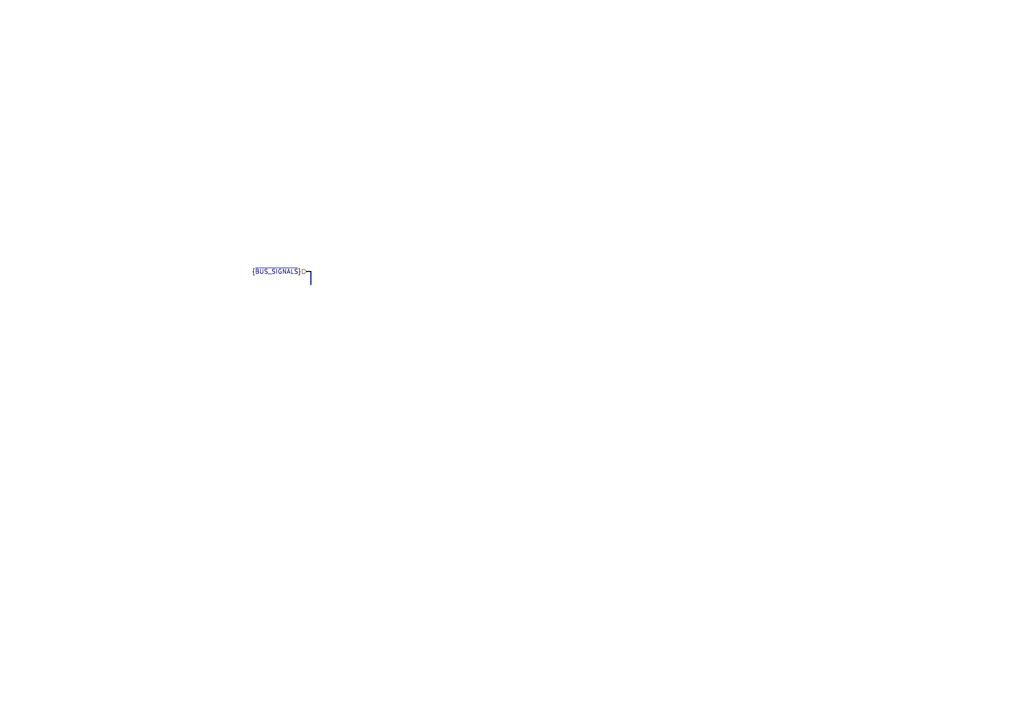
<source format=kicad_sch>
(kicad_sch
	(version 20250114)
	(generator "eeschema")
	(generator_version "9.0")
	(uuid "27876be4-5a38-4c20-82a6-48171030fae6")
	(paper "A4")
	(lib_symbols)
	(bus
		(pts
			(xy 88.9 78.74) (xy 90.17 78.74)
		)
		(stroke
			(width 0)
			(type default)
		)
		(uuid "99112d6f-2a60-4bc3-97d7-32640ecd4b68")
	)
	(bus
		(pts
			(xy 90.17 78.74) (xy 90.17 82.55)
		)
		(stroke
			(width 0)
			(type default)
		)
		(uuid "dbd0fc6a-fd69-4d57-95db-40a14c741ae1")
	)
	(hierarchical_label "{~{BUS_SIGNALS}}"
		(shape input)
		(at 88.9 78.74 180)
		(effects
			(font
				(size 1.27 1.27)
			)
			(justify right)
		)
		(uuid "e7e44c6f-94da-49f9-9972-f00721a5897f")
	)
)

</source>
